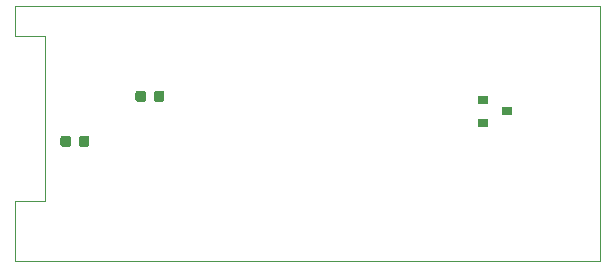
<source format=gbr>
G04 #@! TF.GenerationSoftware,KiCad,Pcbnew,(5.1.2)-1*
G04 #@! TF.CreationDate,2019-06-17T23:04:49-04:00*
G04 #@! TF.ProjectId,REV Type-C V2,52455620-5479-4706-952d-432056322e6b,rev?*
G04 #@! TF.SameCoordinates,Original*
G04 #@! TF.FileFunction,Paste,Bot*
G04 #@! TF.FilePolarity,Positive*
%FSLAX46Y46*%
G04 Gerber Fmt 4.6, Leading zero omitted, Abs format (unit mm)*
G04 Created by KiCad (PCBNEW (5.1.2)-1) date 2019-06-17 23:04:49*
%MOMM*%
%LPD*%
G04 APERTURE LIST*
%ADD10C,0.050000*%
%ADD11C,0.100000*%
%ADD12C,0.875000*%
%ADD13R,0.900000X0.800000*%
G04 APERTURE END LIST*
D10*
X55880000Y-22860000D02*
X95250000Y-22860000D01*
X57150000Y-44450000D02*
X95250000Y-44450000D01*
X53340000Y-44450000D02*
X57150000Y-44450000D01*
X53340000Y-22860000D02*
X55880000Y-22860000D01*
X53340000Y-25400000D02*
X53340000Y-22860000D01*
X55880000Y-25400000D02*
X53340000Y-25400000D01*
X55880000Y-39370000D02*
X55880000Y-25400000D01*
X53340000Y-39370000D02*
X55880000Y-39370000D01*
X53340000Y-44450000D02*
X53340000Y-39370000D01*
X102870000Y-44450000D02*
X95250000Y-44450000D01*
X102870000Y-22860000D02*
X102870000Y-44450000D01*
X95250000Y-22860000D02*
X102870000Y-22860000D01*
D11*
G36*
X59447691Y-33816053D02*
G01*
X59468926Y-33819203D01*
X59489750Y-33824419D01*
X59509962Y-33831651D01*
X59529368Y-33840830D01*
X59547781Y-33851866D01*
X59565024Y-33864654D01*
X59580930Y-33879070D01*
X59595346Y-33894976D01*
X59608134Y-33912219D01*
X59619170Y-33930632D01*
X59628349Y-33950038D01*
X59635581Y-33970250D01*
X59640797Y-33991074D01*
X59643947Y-34012309D01*
X59645000Y-34033750D01*
X59645000Y-34546250D01*
X59643947Y-34567691D01*
X59640797Y-34588926D01*
X59635581Y-34609750D01*
X59628349Y-34629962D01*
X59619170Y-34649368D01*
X59608134Y-34667781D01*
X59595346Y-34685024D01*
X59580930Y-34700930D01*
X59565024Y-34715346D01*
X59547781Y-34728134D01*
X59529368Y-34739170D01*
X59509962Y-34748349D01*
X59489750Y-34755581D01*
X59468926Y-34760797D01*
X59447691Y-34763947D01*
X59426250Y-34765000D01*
X58988750Y-34765000D01*
X58967309Y-34763947D01*
X58946074Y-34760797D01*
X58925250Y-34755581D01*
X58905038Y-34748349D01*
X58885632Y-34739170D01*
X58867219Y-34728134D01*
X58849976Y-34715346D01*
X58834070Y-34700930D01*
X58819654Y-34685024D01*
X58806866Y-34667781D01*
X58795830Y-34649368D01*
X58786651Y-34629962D01*
X58779419Y-34609750D01*
X58774203Y-34588926D01*
X58771053Y-34567691D01*
X58770000Y-34546250D01*
X58770000Y-34033750D01*
X58771053Y-34012309D01*
X58774203Y-33991074D01*
X58779419Y-33970250D01*
X58786651Y-33950038D01*
X58795830Y-33930632D01*
X58806866Y-33912219D01*
X58819654Y-33894976D01*
X58834070Y-33879070D01*
X58849976Y-33864654D01*
X58867219Y-33851866D01*
X58885632Y-33840830D01*
X58905038Y-33831651D01*
X58925250Y-33824419D01*
X58946074Y-33819203D01*
X58967309Y-33816053D01*
X58988750Y-33815000D01*
X59426250Y-33815000D01*
X59447691Y-33816053D01*
X59447691Y-33816053D01*
G37*
D12*
X59207500Y-34290000D03*
D11*
G36*
X57872691Y-33816053D02*
G01*
X57893926Y-33819203D01*
X57914750Y-33824419D01*
X57934962Y-33831651D01*
X57954368Y-33840830D01*
X57972781Y-33851866D01*
X57990024Y-33864654D01*
X58005930Y-33879070D01*
X58020346Y-33894976D01*
X58033134Y-33912219D01*
X58044170Y-33930632D01*
X58053349Y-33950038D01*
X58060581Y-33970250D01*
X58065797Y-33991074D01*
X58068947Y-34012309D01*
X58070000Y-34033750D01*
X58070000Y-34546250D01*
X58068947Y-34567691D01*
X58065797Y-34588926D01*
X58060581Y-34609750D01*
X58053349Y-34629962D01*
X58044170Y-34649368D01*
X58033134Y-34667781D01*
X58020346Y-34685024D01*
X58005930Y-34700930D01*
X57990024Y-34715346D01*
X57972781Y-34728134D01*
X57954368Y-34739170D01*
X57934962Y-34748349D01*
X57914750Y-34755581D01*
X57893926Y-34760797D01*
X57872691Y-34763947D01*
X57851250Y-34765000D01*
X57413750Y-34765000D01*
X57392309Y-34763947D01*
X57371074Y-34760797D01*
X57350250Y-34755581D01*
X57330038Y-34748349D01*
X57310632Y-34739170D01*
X57292219Y-34728134D01*
X57274976Y-34715346D01*
X57259070Y-34700930D01*
X57244654Y-34685024D01*
X57231866Y-34667781D01*
X57220830Y-34649368D01*
X57211651Y-34629962D01*
X57204419Y-34609750D01*
X57199203Y-34588926D01*
X57196053Y-34567691D01*
X57195000Y-34546250D01*
X57195000Y-34033750D01*
X57196053Y-34012309D01*
X57199203Y-33991074D01*
X57204419Y-33970250D01*
X57211651Y-33950038D01*
X57220830Y-33930632D01*
X57231866Y-33912219D01*
X57244654Y-33894976D01*
X57259070Y-33879070D01*
X57274976Y-33864654D01*
X57292219Y-33851866D01*
X57310632Y-33840830D01*
X57330038Y-33831651D01*
X57350250Y-33824419D01*
X57371074Y-33819203D01*
X57392309Y-33816053D01*
X57413750Y-33815000D01*
X57851250Y-33815000D01*
X57872691Y-33816053D01*
X57872691Y-33816053D01*
G37*
D12*
X57632500Y-34290000D03*
D11*
G36*
X64222691Y-30006053D02*
G01*
X64243926Y-30009203D01*
X64264750Y-30014419D01*
X64284962Y-30021651D01*
X64304368Y-30030830D01*
X64322781Y-30041866D01*
X64340024Y-30054654D01*
X64355930Y-30069070D01*
X64370346Y-30084976D01*
X64383134Y-30102219D01*
X64394170Y-30120632D01*
X64403349Y-30140038D01*
X64410581Y-30160250D01*
X64415797Y-30181074D01*
X64418947Y-30202309D01*
X64420000Y-30223750D01*
X64420000Y-30736250D01*
X64418947Y-30757691D01*
X64415797Y-30778926D01*
X64410581Y-30799750D01*
X64403349Y-30819962D01*
X64394170Y-30839368D01*
X64383134Y-30857781D01*
X64370346Y-30875024D01*
X64355930Y-30890930D01*
X64340024Y-30905346D01*
X64322781Y-30918134D01*
X64304368Y-30929170D01*
X64284962Y-30938349D01*
X64264750Y-30945581D01*
X64243926Y-30950797D01*
X64222691Y-30953947D01*
X64201250Y-30955000D01*
X63763750Y-30955000D01*
X63742309Y-30953947D01*
X63721074Y-30950797D01*
X63700250Y-30945581D01*
X63680038Y-30938349D01*
X63660632Y-30929170D01*
X63642219Y-30918134D01*
X63624976Y-30905346D01*
X63609070Y-30890930D01*
X63594654Y-30875024D01*
X63581866Y-30857781D01*
X63570830Y-30839368D01*
X63561651Y-30819962D01*
X63554419Y-30799750D01*
X63549203Y-30778926D01*
X63546053Y-30757691D01*
X63545000Y-30736250D01*
X63545000Y-30223750D01*
X63546053Y-30202309D01*
X63549203Y-30181074D01*
X63554419Y-30160250D01*
X63561651Y-30140038D01*
X63570830Y-30120632D01*
X63581866Y-30102219D01*
X63594654Y-30084976D01*
X63609070Y-30069070D01*
X63624976Y-30054654D01*
X63642219Y-30041866D01*
X63660632Y-30030830D01*
X63680038Y-30021651D01*
X63700250Y-30014419D01*
X63721074Y-30009203D01*
X63742309Y-30006053D01*
X63763750Y-30005000D01*
X64201250Y-30005000D01*
X64222691Y-30006053D01*
X64222691Y-30006053D01*
G37*
D12*
X63982500Y-30480000D03*
D11*
G36*
X65797691Y-30006053D02*
G01*
X65818926Y-30009203D01*
X65839750Y-30014419D01*
X65859962Y-30021651D01*
X65879368Y-30030830D01*
X65897781Y-30041866D01*
X65915024Y-30054654D01*
X65930930Y-30069070D01*
X65945346Y-30084976D01*
X65958134Y-30102219D01*
X65969170Y-30120632D01*
X65978349Y-30140038D01*
X65985581Y-30160250D01*
X65990797Y-30181074D01*
X65993947Y-30202309D01*
X65995000Y-30223750D01*
X65995000Y-30736250D01*
X65993947Y-30757691D01*
X65990797Y-30778926D01*
X65985581Y-30799750D01*
X65978349Y-30819962D01*
X65969170Y-30839368D01*
X65958134Y-30857781D01*
X65945346Y-30875024D01*
X65930930Y-30890930D01*
X65915024Y-30905346D01*
X65897781Y-30918134D01*
X65879368Y-30929170D01*
X65859962Y-30938349D01*
X65839750Y-30945581D01*
X65818926Y-30950797D01*
X65797691Y-30953947D01*
X65776250Y-30955000D01*
X65338750Y-30955000D01*
X65317309Y-30953947D01*
X65296074Y-30950797D01*
X65275250Y-30945581D01*
X65255038Y-30938349D01*
X65235632Y-30929170D01*
X65217219Y-30918134D01*
X65199976Y-30905346D01*
X65184070Y-30890930D01*
X65169654Y-30875024D01*
X65156866Y-30857781D01*
X65145830Y-30839368D01*
X65136651Y-30819962D01*
X65129419Y-30799750D01*
X65124203Y-30778926D01*
X65121053Y-30757691D01*
X65120000Y-30736250D01*
X65120000Y-30223750D01*
X65121053Y-30202309D01*
X65124203Y-30181074D01*
X65129419Y-30160250D01*
X65136651Y-30140038D01*
X65145830Y-30120632D01*
X65156866Y-30102219D01*
X65169654Y-30084976D01*
X65184070Y-30069070D01*
X65199976Y-30054654D01*
X65217219Y-30041866D01*
X65235632Y-30030830D01*
X65255038Y-30021651D01*
X65275250Y-30014419D01*
X65296074Y-30009203D01*
X65317309Y-30006053D01*
X65338750Y-30005000D01*
X65776250Y-30005000D01*
X65797691Y-30006053D01*
X65797691Y-30006053D01*
G37*
D12*
X65557500Y-30480000D03*
D13*
X94980000Y-31750000D03*
X92980000Y-30800000D03*
X92980000Y-32700000D03*
M02*

</source>
